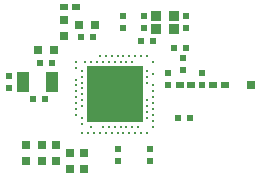
<source format=gtp>
G04*
G04 #@! TF.GenerationSoftware,Altium Limited,Altium Designer,21.0.9 (235)*
G04*
G04 Layer_Color=8421504*
%FSLAX24Y24*%
%MOIN*%
G70*
G04*
G04 #@! TF.SameCoordinates,0FC08E8B-5143-46C9-A69D-0C2F4C58737C*
G04*
G04*
G04 #@! TF.FilePolarity,Positive*
G04*
G01*
G75*
%ADD13R,0.0256X0.0197*%
%ADD14R,0.0197X0.0236*%
%ADD15R,0.0236X0.0197*%
%ADD16R,0.0315X0.0295*%
%ADD17R,0.0374X0.0335*%
%ADD18R,0.0295X0.0315*%
%ADD19R,0.0300X0.0300*%
%ADD20C,0.0118*%
%ADD21R,0.1909X0.1909*%
%ADD22R,0.0394X0.0709*%
D13*
X3667Y302D02*
D03*
X3293D02*
D03*
X2165Y302D02*
D03*
X2539Y302D02*
D03*
X-1673Y2904D02*
D03*
X-1299D02*
D03*
D14*
X2916Y323D02*
D03*
Y717D02*
D03*
X1792Y305D02*
D03*
Y699D02*
D03*
X2266Y1197D02*
D03*
Y803D02*
D03*
X1191Y-1821D02*
D03*
Y-2215D02*
D03*
X98Y-1821D02*
D03*
Y-2215D02*
D03*
X2378Y2597D02*
D03*
Y2203D02*
D03*
X978Y2203D02*
D03*
Y2597D02*
D03*
X266Y2205D02*
D03*
Y2598D02*
D03*
X-3515Y217D02*
D03*
Y610D02*
D03*
D15*
X876Y1791D02*
D03*
X1270D02*
D03*
X2126Y-787D02*
D03*
X2520D02*
D03*
X1969Y1545D02*
D03*
X2362D02*
D03*
X-2096Y1033D02*
D03*
X-2490D02*
D03*
X-2314Y-167D02*
D03*
X-2708D02*
D03*
X-1127Y1900D02*
D03*
X-733D02*
D03*
D16*
X-1959Y-2215D02*
D03*
Y-1683D02*
D03*
X-2421Y-2215D02*
D03*
Y-1683D02*
D03*
X-2953Y-2215D02*
D03*
Y-1683D02*
D03*
X-1673Y2490D02*
D03*
Y1959D02*
D03*
X-1496Y-2500D02*
D03*
Y-1969D02*
D03*
X-1033Y-2500D02*
D03*
Y-1969D02*
D03*
D17*
X1392Y2173D02*
D03*
Y2626D02*
D03*
X1963D02*
D03*
Y2173D02*
D03*
D18*
X-2549Y1467D02*
D03*
X-2018D02*
D03*
X-1191Y2309D02*
D03*
X-659D02*
D03*
D19*
X4550Y300D02*
D03*
D20*
X886Y1280D02*
D03*
X-492D02*
D03*
X-295D02*
D03*
X-98D02*
D03*
X98D02*
D03*
X295D02*
D03*
X492D02*
D03*
X689D02*
D03*
X1083D02*
D03*
X-1280Y1083D02*
D03*
X-984D02*
D03*
X-787D02*
D03*
X-591D02*
D03*
X-394D02*
D03*
X-197D02*
D03*
X0D02*
D03*
X197D02*
D03*
X394D02*
D03*
X591D02*
D03*
X1280D02*
D03*
X1083Y787D02*
D03*
X-1280Y886D02*
D03*
X-1083Y787D02*
D03*
X1280Y689D02*
D03*
X-1083Y591D02*
D03*
X1083D02*
D03*
X-1280Y492D02*
D03*
X-1083Y394D02*
D03*
X1083D02*
D03*
X-1280Y295D02*
D03*
X1280D02*
D03*
X-1083Y197D02*
D03*
X-1280Y98D02*
D03*
X1280D02*
D03*
X-1083Y0D02*
D03*
X-1280Y-98D02*
D03*
X1280D02*
D03*
X-1083Y-197D02*
D03*
X1083D02*
D03*
X-1280Y-295D02*
D03*
X1280D02*
D03*
X-1083Y-394D02*
D03*
X1083D02*
D03*
X-1280Y-492D02*
D03*
X1280D02*
D03*
X1083Y-591D02*
D03*
X-1280Y-689D02*
D03*
X1280D02*
D03*
X-1083Y-787D02*
D03*
X1083D02*
D03*
X1280Y-886D02*
D03*
X-1083Y-984D02*
D03*
X-787Y-1083D02*
D03*
X-394D02*
D03*
X-197D02*
D03*
X0D02*
D03*
X197D02*
D03*
X394D02*
D03*
X591D02*
D03*
X787D02*
D03*
X1280D02*
D03*
X-1083Y-1280D02*
D03*
X-886D02*
D03*
X-689D02*
D03*
X-492D02*
D03*
X-295D02*
D03*
X-98D02*
D03*
X98D02*
D03*
X295D02*
D03*
X492D02*
D03*
X689D02*
D03*
X886D02*
D03*
X1083D02*
D03*
D21*
X0Y0D02*
D03*
D22*
X-2078Y404D02*
D03*
X-3062D02*
D03*
M02*

</source>
